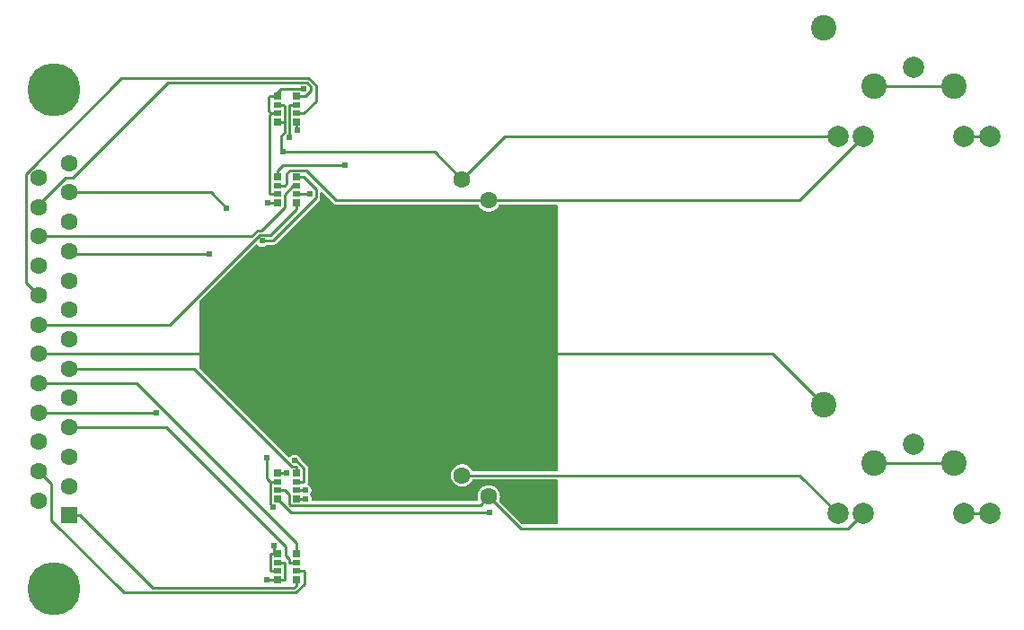
<source format=gtl>
G04 Layer: TopLayer*
G04 EasyEDA v6.5.22, 2023-02-28 17:33:46*
G04 2c88ebba08e7464b96183e005241c5b3,bdb13a12c0ab493cb15560d8aabf918e,10*
G04 Gerber Generator version 0.2*
G04 Scale: 100 percent, Rotated: No, Reflected: No *
G04 Dimensions in millimeters *
G04 leading zeros omitted , absolute positions ,4 integer and 5 decimal *
%FSLAX45Y45*%
%MOMM*%

%ADD10C,0.2540*%
%ADD11R,0.8000X0.6500*%
%ADD12R,0.8000X0.5000*%
%ADD13C,5.0000*%
%ADD14C,1.6000*%
%ADD15R,1.6000X1.6000*%
%ADD16C,2.4000*%
%ADD17C,2.0000*%
%ADD18C,0.6096*%
%ADD19C,0.0112*%

%LPD*%
G36*
X6288227Y1923592D02*
G01*
X6284315Y1924354D01*
X6281013Y1926539D01*
X6068618Y2138984D01*
X6066485Y2142083D01*
X6065621Y2145741D01*
X6066180Y2149449D01*
X6069279Y2158593D01*
X6071971Y2172157D01*
X6072886Y2185974D01*
X6071971Y2199843D01*
X6069279Y2213406D01*
X6064808Y2226513D01*
X6058712Y2238959D01*
X6050991Y2250440D01*
X6041847Y2260854D01*
X6031433Y2269998D01*
X6019952Y2277719D01*
X6007506Y2283815D01*
X5994400Y2288286D01*
X5980836Y2290978D01*
X5967018Y2291892D01*
X5953150Y2290978D01*
X5939586Y2288286D01*
X5926480Y2283815D01*
X5914034Y2277719D01*
X5902553Y2269998D01*
X5892139Y2260854D01*
X5882995Y2250440D01*
X5875274Y2238959D01*
X5869178Y2226513D01*
X5864707Y2213406D01*
X5862015Y2199843D01*
X5861100Y2185974D01*
X5862015Y2172157D01*
X5865622Y2153666D01*
X5864707Y2149957D01*
X5862472Y2146808D01*
X5859221Y2144776D01*
X5855462Y2144014D01*
X4305350Y2144014D01*
X4301236Y2144877D01*
X4297832Y2147366D01*
X4295698Y2150973D01*
X4295241Y2155139D01*
X4296206Y2166010D01*
X4295343Y2175764D01*
X4292803Y2185263D01*
X4288688Y2194153D01*
X4284776Y2199741D01*
X4283151Y2203500D01*
X4283151Y2207615D01*
X4284776Y2211425D01*
X4289247Y2217826D01*
X4293412Y2226716D01*
X4295952Y2236216D01*
X4296816Y2245969D01*
X4295952Y2255774D01*
X4293412Y2265273D01*
X4289247Y2274163D01*
X4283608Y2282190D01*
X4276699Y2289149D01*
X4268622Y2294788D01*
X4263999Y2296922D01*
X4260697Y2299411D01*
X4258665Y2302916D01*
X4258157Y2307031D01*
X4259326Y2310942D01*
X4261662Y2315311D01*
X4263898Y2322576D01*
X4264660Y2330602D01*
X4264660Y2451608D01*
X4263898Y2459583D01*
X4261662Y2466848D01*
X4258106Y2473502D01*
X4253026Y2479751D01*
X4194860Y2537866D01*
X4193235Y2539949D01*
X4191457Y2545384D01*
X4187291Y2554274D01*
X4181652Y2562301D01*
X4174744Y2569260D01*
X4166666Y2574899D01*
X4157776Y2579065D01*
X4148277Y2581605D01*
X4138523Y2582468D01*
X4128719Y2581605D01*
X4119219Y2579065D01*
X4110329Y2574899D01*
X4102303Y2569260D01*
X4095343Y2562301D01*
X4093514Y2559710D01*
X4090263Y2556764D01*
X4086098Y2555443D01*
X4081729Y2556002D01*
X4078020Y2558389D01*
X3241497Y3394913D01*
X3239262Y3398215D01*
X3238500Y3402126D01*
X3238500Y4029557D01*
X3239262Y4033469D01*
X3241497Y4036771D01*
X3770122Y4565396D01*
X3773830Y4567783D01*
X3778199Y4568342D01*
X3782415Y4567021D01*
X3785615Y4564024D01*
X3787444Y4561484D01*
X3794404Y4554524D01*
X3802430Y4548886D01*
X3811320Y4544771D01*
X3820820Y4542180D01*
X3830624Y4541367D01*
X3840378Y4542180D01*
X3849878Y4544771D01*
X3858768Y4548886D01*
X3866845Y4554524D01*
X3868420Y4556099D01*
X3871722Y4558334D01*
X3875582Y4559096D01*
X3932275Y4559096D01*
X3940301Y4559858D01*
X3947515Y4562094D01*
X3954170Y4565650D01*
X3960418Y4570730D01*
X4366920Y4977231D01*
X4372000Y4983480D01*
X4375556Y4990134D01*
X4377791Y4997348D01*
X4378553Y5005374D01*
X4378553Y5050129D01*
X4379315Y5054041D01*
X4381550Y5057343D01*
X4384852Y5059527D01*
X4388713Y5060289D01*
X4392625Y5059527D01*
X4395927Y5057343D01*
X4500168Y4953050D01*
X4506417Y4947920D01*
X4513072Y4944364D01*
X4520336Y4942179D01*
X4528312Y4941366D01*
X5861913Y4941366D01*
X5865571Y4940706D01*
X5868771Y4938725D01*
X5871006Y4935728D01*
X5875274Y4927041D01*
X5882995Y4915560D01*
X5892139Y4905146D01*
X5902553Y4896002D01*
X5914034Y4888280D01*
X5926480Y4882184D01*
X5939586Y4877714D01*
X5953150Y4875022D01*
X5967018Y4874107D01*
X5980836Y4875022D01*
X5994400Y4877714D01*
X6007506Y4882184D01*
X6019952Y4888280D01*
X6031433Y4896002D01*
X6041847Y4905146D01*
X6050991Y4915560D01*
X6058712Y4927041D01*
X6062980Y4935728D01*
X6065215Y4938725D01*
X6068415Y4940706D01*
X6072073Y4941366D01*
X6606540Y4941366D01*
X6610451Y4940604D01*
X6613702Y4938420D01*
X6615938Y4935118D01*
X6616700Y4931206D01*
X6616700Y2434742D01*
X6615938Y2430881D01*
X6613702Y2427579D01*
X6610451Y2425395D01*
X6606540Y2424582D01*
X5822086Y2424582D01*
X5818428Y2425293D01*
X5815228Y2427274D01*
X5812993Y2430272D01*
X5808726Y2438958D01*
X5801004Y2450439D01*
X5791860Y2460853D01*
X5781446Y2469997D01*
X5769965Y2477719D01*
X5757519Y2483815D01*
X5744413Y2488285D01*
X5730849Y2490978D01*
X5717032Y2491892D01*
X5703163Y2490978D01*
X5689600Y2488285D01*
X5676493Y2483815D01*
X5664047Y2477719D01*
X5652566Y2469997D01*
X5642152Y2460853D01*
X5633008Y2450439D01*
X5625287Y2438958D01*
X5619191Y2426512D01*
X5614720Y2413406D01*
X5612028Y2399842D01*
X5611114Y2385974D01*
X5612028Y2372156D01*
X5614720Y2358593D01*
X5619191Y2345486D01*
X5625287Y2333040D01*
X5633008Y2321560D01*
X5642152Y2311146D01*
X5652566Y2302002D01*
X5664047Y2294280D01*
X5676493Y2288184D01*
X5689600Y2283714D01*
X5703163Y2281021D01*
X5717032Y2280107D01*
X5730849Y2281021D01*
X5744413Y2283714D01*
X5757519Y2288184D01*
X5769965Y2294280D01*
X5781446Y2302002D01*
X5791860Y2311146D01*
X5801004Y2321560D01*
X5808726Y2333040D01*
X5812993Y2341727D01*
X5815228Y2344724D01*
X5818428Y2346706D01*
X5822086Y2347366D01*
X6606540Y2347366D01*
X6610451Y2346604D01*
X6613702Y2344420D01*
X6615938Y2341118D01*
X6616700Y2337206D01*
X6616700Y1933752D01*
X6615938Y1929841D01*
X6613702Y1926539D01*
X6610451Y1924354D01*
X6606540Y1923592D01*
G37*

%LPD*%
D10*
X4153997Y1643981D02*
G01*
X4153997Y1704459D01*
X4153997Y1704459D02*
G01*
X4153997Y1744489D01*
X2643687Y3254799D01*
X1724893Y3254799D01*
X4153997Y1563997D02*
G01*
X4086026Y1563997D01*
X4086026Y1563997D02*
G01*
X4086026Y1597906D01*
X4051203Y1632729D01*
X4051203Y1714746D01*
X2926643Y2839305D01*
X2008891Y2839305D01*
X1724893Y4085785D02*
G01*
X1603634Y4207045D01*
X1603634Y5231858D01*
X2507112Y6135336D01*
X4268652Y6135336D01*
X4337029Y6066960D01*
X4337029Y5917049D01*
X4221967Y5801987D01*
X4153997Y5801987D02*
G01*
X4221967Y5801987D01*
X4221967Y1483987D02*
G01*
X4229867Y1476087D01*
X4229867Y1361711D01*
X4148282Y1280126D01*
X2525323Y1280126D01*
X1843029Y1962421D01*
X1843029Y2305651D01*
X1724893Y2423787D01*
X4153997Y1483987D02*
G01*
X4221967Y1483987D01*
X4153997Y4960002D02*
G01*
X4153997Y4899550D01*
X4153997Y4899550D02*
G01*
X3910690Y4656244D01*
X3806372Y4656244D01*
X2958927Y3808798D01*
X1724893Y3808798D01*
X4153997Y5119997D02*
G01*
X4124914Y5119997D01*
X4042084Y5037167D01*
X4042084Y4913012D01*
X3826083Y4697011D01*
X3789456Y4697011D01*
X3732230Y4639784D01*
X1724893Y4639784D01*
X1724893Y4916797D02*
G01*
X1724893Y4936964D01*
X1981713Y5193784D01*
X2048464Y5193784D01*
X2945490Y6090810D01*
X4255343Y6090810D01*
X4294408Y6051745D01*
X4294408Y6017582D01*
X4238807Y5961981D01*
X4153997Y5961981D01*
X2116866Y2008294D02*
G01*
X2803631Y1321528D01*
X4131975Y1321528D01*
X4153997Y1343550D01*
X2008891Y2008294D02*
G01*
X2116866Y2008294D01*
X4153997Y1404002D02*
G01*
X4153997Y1343550D01*
X4153997Y2405981D02*
G01*
X4153997Y2466459D01*
X4153997Y2466459D02*
G01*
X4115338Y2466459D01*
X3188517Y3393279D01*
X2008891Y3393279D01*
X10448498Y2027496D02*
G01*
X10688502Y2027496D01*
X10448498Y5583496D02*
G01*
X10688502Y5583496D01*
X9123481Y3052488D02*
G01*
X8644183Y3531786D01*
X1724893Y3531786D01*
X4153997Y5039987D02*
G01*
X4221967Y5039987D01*
X4221967Y5039987D02*
G01*
X4281378Y5039987D01*
X3337819Y4471408D02*
G01*
X2038786Y4471408D01*
X2008891Y4501304D01*
X4086026Y5881997D02*
G01*
X4084401Y5880371D01*
X4084401Y5576587D01*
X4153997Y5881997D02*
G01*
X4086026Y5881997D01*
X4221967Y2325997D02*
G01*
X4226057Y2330086D01*
X4226057Y2452082D01*
X4152041Y2526098D01*
X4138503Y2526098D01*
X4153997Y2325997D02*
G01*
X4221967Y2325997D01*
X2837870Y2977786D02*
G01*
X1724893Y2977786D01*
X4239874Y2166002D02*
G01*
X4153997Y2166002D01*
X4153997Y2245987D02*
G01*
X4240458Y2245987D01*
X3973987Y5961981D02*
G01*
X3940027Y5961981D01*
X3940027Y5961981D02*
G01*
X3906042Y5961981D01*
X3906042Y1483987D02*
G01*
X3905915Y1484114D01*
X3905915Y1643854D01*
X3906042Y1643981D01*
X3973987Y1483987D02*
G01*
X3906042Y1483987D01*
X10348498Y2497498D02*
G01*
X9598487Y2497498D01*
X9258482Y2027496D02*
G01*
X8899987Y2385992D01*
X5717011Y2385992D01*
X3916177Y5801987D02*
G01*
X3896644Y5821519D01*
X3896644Y5952583D01*
X3906042Y5961981D01*
X3973987Y2405981D02*
G01*
X4062100Y2405981D01*
X3973987Y1643981D02*
G01*
X3940027Y1643981D01*
X3940027Y1643981D02*
G01*
X3906042Y1643981D01*
X3940027Y1643981D02*
G01*
X3944548Y1648503D01*
X3944548Y1722391D01*
X3921231Y5801987D02*
G01*
X3916177Y5801987D01*
X3973987Y5801987D02*
G01*
X3921231Y5801987D01*
X3916177Y5801987D02*
G01*
X3902054Y5787864D01*
X3902054Y5043975D01*
X3906042Y5039987D01*
X3973987Y5039987D02*
G01*
X3906042Y5039987D01*
X3940027Y5961981D02*
G01*
X4010004Y6031958D01*
X4221815Y6031958D01*
X3973987Y5199981D02*
G01*
X3973987Y5260459D01*
X9498487Y2027496D02*
G01*
X9355968Y1884977D01*
X6268013Y1884977D01*
X5966998Y2185992D01*
X3973987Y2245987D02*
G01*
X4041957Y2245987D01*
X5966998Y2185992D02*
G01*
X5886429Y2105423D01*
X4093291Y2105423D01*
X4085899Y2112815D01*
X4085899Y2202045D01*
X4041957Y2245987D01*
X3973987Y5260459D02*
G01*
X4024685Y5311157D01*
X4614016Y5311157D01*
X3973987Y5722002D02*
G01*
X4041957Y5722002D01*
X3973987Y5881997D02*
G01*
X4031848Y5881997D01*
X4031848Y5881997D02*
G01*
X4042084Y5871761D01*
X4042084Y5722129D01*
X4041957Y5722002D01*
X3973987Y1563997D02*
G01*
X4041957Y1563997D01*
X4041957Y1404002D02*
G01*
X4042084Y1404129D01*
X4042084Y1563870D01*
X4041957Y1563997D01*
X10348498Y6053498D02*
G01*
X9598487Y6053498D01*
X9258482Y5583496D02*
G01*
X6120516Y5583496D01*
X5717011Y5179992D01*
X4007972Y1404002D02*
G01*
X4041957Y1404002D01*
X4007972Y1404002D02*
G01*
X3973987Y1404002D01*
X3973987Y4960002D02*
G01*
X3906042Y4960002D01*
X3875486Y1404002D02*
G01*
X3973987Y1404002D01*
X3973987Y2325997D02*
G01*
X3916177Y2325997D01*
X3906042Y4960002D02*
G01*
X3886789Y4960002D01*
X3875664Y2550253D02*
G01*
X3875664Y2356375D01*
X3906042Y2325997D01*
X3916177Y2325997D02*
G01*
X3906042Y2325997D01*
X3906042Y2325997D02*
G01*
X3905915Y2325870D01*
X3905915Y2117564D01*
X3936674Y2086805D01*
X5717011Y5179992D02*
G01*
X5461589Y5435414D01*
X4026743Y5435414D01*
X4041957Y5722002D02*
G01*
X4041957Y5616948D01*
X4014525Y5589516D01*
X4014525Y5447631D01*
X4026743Y5435414D01*
X9498487Y5583496D02*
G01*
X8894983Y4979992D01*
X5966998Y4979992D01*
X3973987Y2166002D02*
G01*
X4106575Y2033414D01*
X5978961Y2033414D01*
X3973987Y5119997D02*
G01*
X4041957Y5119997D01*
X5966998Y4979992D02*
G01*
X4527834Y4979992D01*
X4247266Y5260560D01*
X4093316Y5260560D01*
X4065427Y5232671D01*
X4065427Y5143466D01*
X4041957Y5119997D01*
X4221967Y5199981D02*
G01*
X4339950Y5081998D01*
X4339950Y5004884D01*
X3932763Y4597697D01*
X3830604Y4597697D01*
X3497940Y4906713D02*
G01*
X3349376Y5055278D01*
X2008891Y5055278D01*
X4153997Y5199981D02*
G01*
X4221967Y5199981D01*
X4159585Y5643516D02*
G01*
X4153997Y5649104D01*
X4153997Y5722002D01*
D11*
G01*
X3974007Y1643989D03*
G01*
X4153992Y1643989D03*
D12*
G01*
X3974007Y1564004D03*
G01*
X4153992Y1564004D03*
G01*
X3974007Y1483995D03*
G01*
X4153992Y1483995D03*
D11*
G01*
X3974007Y1404010D03*
G01*
X4153992Y1404010D03*
G01*
X3974007Y2405989D03*
G01*
X4153992Y2405989D03*
D12*
G01*
X3974007Y2326004D03*
G01*
X4153992Y2326004D03*
G01*
X3974007Y2245995D03*
G01*
X4153992Y2245995D03*
D11*
G01*
X3974007Y2166010D03*
G01*
X4153992Y2166010D03*
G01*
X3974007Y5199989D03*
G01*
X4153992Y5199989D03*
D12*
G01*
X3974007Y5120004D03*
G01*
X4153992Y5120004D03*
G01*
X3974007Y5039995D03*
G01*
X4153992Y5039995D03*
D11*
G01*
X3974007Y4960010D03*
G01*
X4153992Y4960010D03*
G01*
X3974007Y5961989D03*
G01*
X4153992Y5961989D03*
D12*
G01*
X3974007Y5882004D03*
G01*
X4153992Y5882004D03*
G01*
X3974007Y5801995D03*
G01*
X4153992Y5801995D03*
D11*
G01*
X3974007Y5722010D03*
G01*
X4153992Y5722010D03*
D13*
G01*
X1866900Y6022289D03*
G01*
X1866900Y1318310D03*
D14*
G01*
X1724913Y2146807D03*
G01*
X1724913Y2423795D03*
G01*
X1724913Y2700807D03*
G01*
X1724913Y2977794D03*
G01*
X1724913Y3254806D03*
G01*
X1724913Y3531793D03*
G01*
X1724913Y3808806D03*
G01*
X1724913Y4085793D03*
G01*
X1724913Y4362805D03*
G01*
X1724913Y4639792D03*
G01*
X1724913Y4916804D03*
G01*
X1724913Y5193792D03*
D15*
G01*
X2008911Y2008301D03*
D14*
G01*
X2008911Y2285314D03*
G01*
X2008911Y2562301D03*
G01*
X2008911Y2839313D03*
G01*
X2008911Y3116300D03*
G01*
X2008911Y3393287D03*
G01*
X2008911Y3670300D03*
G01*
X2008911Y3947312D03*
G01*
X2008911Y4224299D03*
G01*
X2008911Y4501311D03*
G01*
X2008911Y4778298D03*
G01*
X2008911Y5055285D03*
G01*
X2008911Y5332298D03*
D16*
G01*
X9123502Y6608495D03*
D17*
G01*
X10688523Y5583504D03*
G01*
X10448518Y5583504D03*
G01*
X9498507Y5583504D03*
G01*
X9258503Y5583504D03*
D16*
G01*
X10348518Y6053505D03*
G01*
X9598507Y6053505D03*
D17*
G01*
X9973513Y6233515D03*
D16*
G01*
X9123502Y3052495D03*
D17*
G01*
X10688523Y2027504D03*
G01*
X10448518Y2027504D03*
G01*
X9498507Y2027504D03*
G01*
X9258503Y2027504D03*
D16*
G01*
X10348518Y2497505D03*
G01*
X9598507Y2497505D03*
D17*
G01*
X9973513Y2677515D03*
D14*
G01*
X5717006Y5179999D03*
G01*
X5966993Y4980000D03*
G01*
X5717006Y2385999D03*
G01*
X5966993Y2186000D03*
D18*
G01*
X4159580Y5643524D03*
G01*
X3497935Y4906721D03*
G01*
X3830599Y4597704D03*
G01*
X5978956Y2033422D03*
G01*
X3875659Y2550261D03*
G01*
X4026738Y5435422D03*
G01*
X3886784Y4960010D03*
G01*
X3875481Y1404010D03*
G01*
X3936669Y2086813D03*
G01*
X4614011Y5311165D03*
G01*
X3944543Y1722399D03*
G01*
X4062095Y2405989D03*
G01*
X4221810Y6031966D03*
G01*
X4240453Y2245995D03*
G01*
X4239869Y2166010D03*
G01*
X2837865Y2977794D03*
G01*
X4138498Y2526106D03*
G01*
X3337813Y4471415D03*
G01*
X4084396Y5576595D03*
G01*
X4281373Y5039995D03*
M02*

</source>
